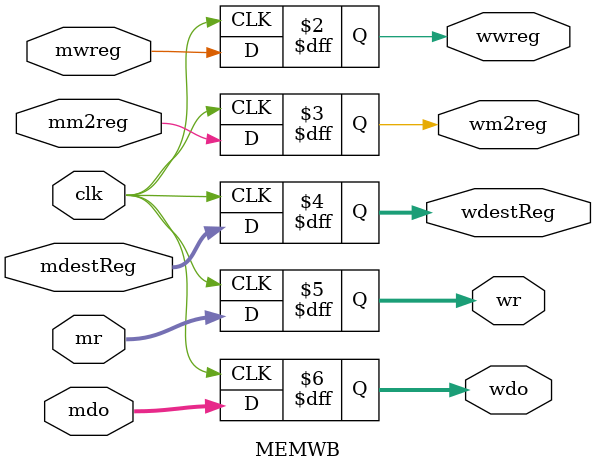
<source format=v>
`timescale 1ns / 1ps

// Module      : DataMem (Data Memory)
// Description : On any signal change, mdo = mr, On negative clock edge, if mwmem = 1: mr = mqb
// Input(s)    : Clock, mwmem, mr, mqb
// Output(s)   : mdo
module dataMem(input clk, input mwmem, input [31:0] mr, input [31:0] mqb, output reg [31:0] mdo);
    
    reg[31:0] dMem[63:0];

    initial begin
        dMem[0]  <= 32'hA00000AA;
        dMem[4]  <= 32'h10000011;
        dMem[8]  <= 32'h20000022;
        dMem[12] <= 32'h30000033;
        dMem[16] <= 32'h40000044;
        dMem[20] <= 32'h50000055;
        dMem[24] <= 32'h60000066;
        dMem[28] <= 32'h70000077;
        dMem[32] <= 32'h80000088;
        dMem[36] <= 32'h90000099;
    end

    //On any signal change set mdo = mr
    always @ (*) begin
        mdo = mr;
    end

    //On negative clock edge, set mdo = mqb if mwmem = 1
    always @(negedge clk) begin
        if(mwmem == 1) begin
            mdo <= mqb;
        end
    end
endmodule


// Module      : MEMWB (Memory Write Back)
// Description : Set all output signals to their respective input signals
// Input(s)    : Clock, mwreg, mm2reg, mdestReg, mr, mdo
// Output(s)   : wwreg, wm2reg, wdestReg, wr, wdo
module MEMWB(
    input clk,

    input mwreg,            output reg wwreg,
    input mm2reg,           output reg wm2reg,
    input [4:0] mdestReg,   output reg [4:0] wdestReg,
    input [31:0] mr,        output reg [31:0] wr,
    input [31:0] mdo,       output reg [31:0] wdo);

    always @(posedge clk) begin
        wwreg <= mwreg;
        wm2reg <= mm2reg;
        wdestReg <= mdestReg;
        wr <= mr;
        wdo <= mdo;
    end
endmodule
</source>
